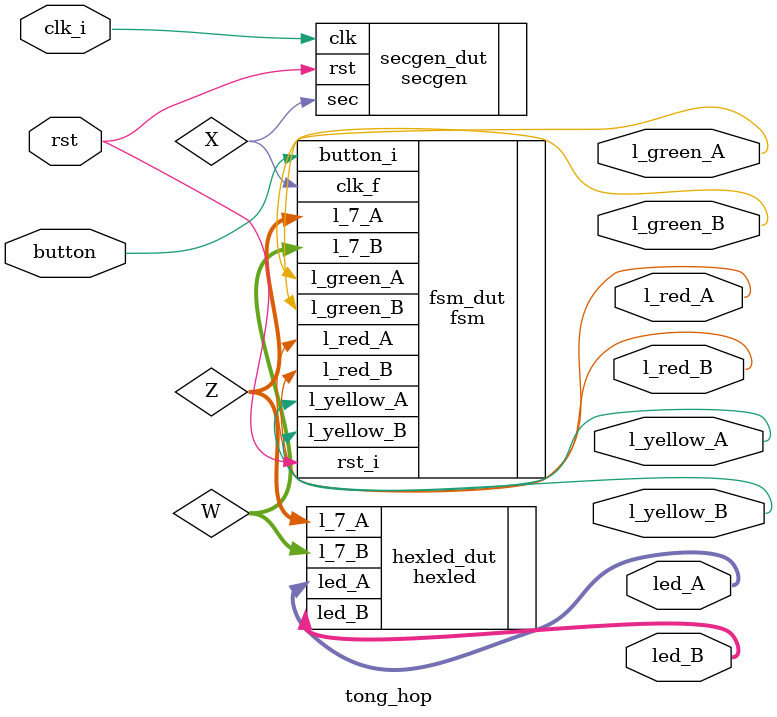
<source format=sv>
module tong_hop (
	input logic clk_i,
	input logic button,
	input logic rst,
	output logic l_red_A,
	output logic l_yellow_A,
	output logic l_green_A,
	output logic l_red_B,
	output logic l_yellow_B,
	output logic l_green_B,
	output logic [6:0] led_A,
	output logic [6:0] led_B
);
logic X; // clk 
logic [3:0] Z; // bcd sang led
logic [3:0] W; // bcd sang led

secgen secgen_dut (
	.clk(clk_i),
	.rst(rst),
	.sec(X)
);

fsm fsm_dut(
	.clk_f(X),
	.rst_i(rst),
	.button_i(button),
	.l_red_A(l_red_A),
	.l_yellow_A(l_yellow_A),
	.l_green_A(l_green_A),
	.l_red_B(l_red_B),
	.l_yellow_B(l_yellow_B),
	.l_green_B(l_green_B),
	.l_7_A(Z),
	.l_7_B(W)
);
hexled hexled_dut(
	.l_7_A(Z),
	.l_7_B(W),
	.led_A(led_A),
	.led_B(led_B)
);


endmodule 

</source>
